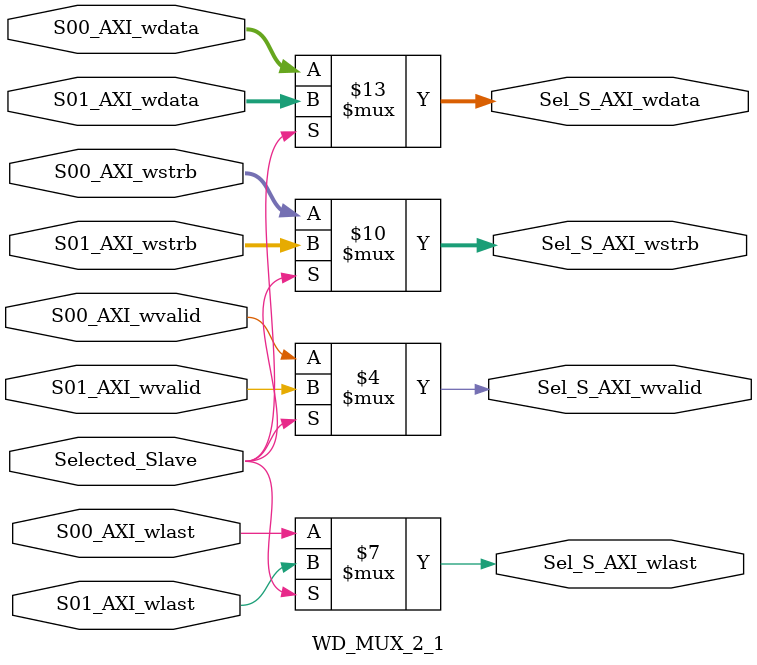
<source format=v>
module WD_MUX_2_1 #(parameter S_Write_data_bus_width='d32,S_Write_data_bytes_num=S_Write_data_bus_width/8

) (
    input  wire                          Selected_Slave,

    input  wire  [S_Write_data_bus_width-1:0]   S00_AXI_wdata,//Write data bus
    input  wire  [S_Write_data_bytes_num-1:0]   S00_AXI_wstrb, // strops identifes the active data lines
    input  wire                                 S00_AXI_wlast, // last signal to identify the last transfer in a burst
    input  wire                                 S00_AXI_wvalid, // write valid signal
   
    input  wire  [S_Write_data_bus_width-1:0]   S01_AXI_wdata,//Write data bus
    input  wire  [S_Write_data_bytes_num-1:0]   S01_AXI_wstrb, // strops identifes the active data lines
    input  wire                                 S01_AXI_wlast, // last signal to identify the last transfer in a burst
    input  wire                                 S01_AXI_wvalid, // write valid signal
   
    output reg  [S_Write_data_bus_width-1:0]   Sel_S_AXI_wdata,//Write data bus
    output reg  [S_Write_data_bytes_num-1:0]   Sel_S_AXI_wstrb, // strops identifes the active data lines
    output reg                                 Sel_S_AXI_wlast, // last signal to identify the last transfer in a burst
    output reg                                 Sel_S_AXI_wvalid // write valid signal
    
);


always @(*) begin
    if (!Selected_Slave) begin
        Sel_S_AXI_wdata=S00_AXI_wdata;
        Sel_S_AXI_wstrb=S00_AXI_wstrb;
        Sel_S_AXI_wlast=S00_AXI_wlast;
        Sel_S_AXI_wvalid=S00_AXI_wvalid;
    end else begin
        Sel_S_AXI_wdata=S01_AXI_wdata;
        Sel_S_AXI_wstrb=S01_AXI_wstrb;
        Sel_S_AXI_wlast=S01_AXI_wlast;
        Sel_S_AXI_wvalid=S01_AXI_wvalid;
    end

end
    
endmodule
</source>
